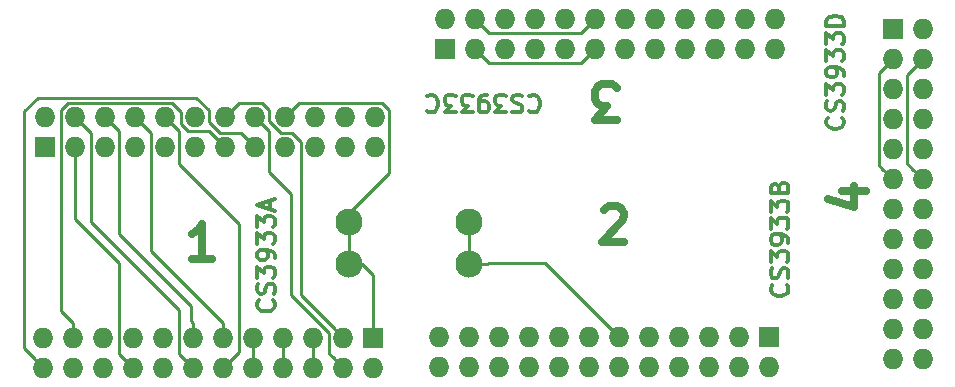
<source format=gbr>
G04 #@! TF.FileFunction,Copper,L1,Top,Signal*
%FSLAX46Y46*%
G04 Gerber Fmt 4.6, Leading zero omitted, Abs format (unit mm)*
G04 Created by KiCad (PCBNEW 4.0.2+dfsg1-stable) date lun 28 gen 2019 08:35:01 CET*
%MOMM*%
G01*
G04 APERTURE LIST*
%ADD10C,0.100000*%
%ADD11C,0.300000*%
%ADD12C,0.700000*%
%ADD13O,1.727200X1.727200*%
%ADD14R,1.727200X1.727200*%
%ADD15C,2.300000*%
%ADD16C,0.250000*%
G04 APERTURE END LIST*
D10*
D11*
X138381179Y-85395164D02*
X138452608Y-85466593D01*
X138524036Y-85680879D01*
X138524036Y-85823736D01*
X138452608Y-86038021D01*
X138309751Y-86180879D01*
X138166894Y-86252307D01*
X137881179Y-86323736D01*
X137666894Y-86323736D01*
X137381179Y-86252307D01*
X137238322Y-86180879D01*
X137095465Y-86038021D01*
X137024036Y-85823736D01*
X137024036Y-85680879D01*
X137095465Y-85466593D01*
X137166894Y-85395164D01*
X138452608Y-84823736D02*
X138524036Y-84609450D01*
X138524036Y-84252307D01*
X138452608Y-84109450D01*
X138381179Y-84038021D01*
X138238322Y-83966593D01*
X138095465Y-83966593D01*
X137952608Y-84038021D01*
X137881179Y-84109450D01*
X137809751Y-84252307D01*
X137738322Y-84538021D01*
X137666894Y-84680879D01*
X137595465Y-84752307D01*
X137452608Y-84823736D01*
X137309751Y-84823736D01*
X137166894Y-84752307D01*
X137095465Y-84680879D01*
X137024036Y-84538021D01*
X137024036Y-84180879D01*
X137095465Y-83966593D01*
X137024036Y-83466593D02*
X137024036Y-82538022D01*
X137595465Y-83038022D01*
X137595465Y-82823736D01*
X137666894Y-82680879D01*
X137738322Y-82609450D01*
X137881179Y-82538022D01*
X138238322Y-82538022D01*
X138381179Y-82609450D01*
X138452608Y-82680879D01*
X138524036Y-82823736D01*
X138524036Y-83252308D01*
X138452608Y-83395165D01*
X138381179Y-83466593D01*
X138524036Y-81823737D02*
X138524036Y-81538022D01*
X138452608Y-81395165D01*
X138381179Y-81323737D01*
X138166894Y-81180879D01*
X137881179Y-81109451D01*
X137309751Y-81109451D01*
X137166894Y-81180879D01*
X137095465Y-81252308D01*
X137024036Y-81395165D01*
X137024036Y-81680879D01*
X137095465Y-81823737D01*
X137166894Y-81895165D01*
X137309751Y-81966594D01*
X137666894Y-81966594D01*
X137809751Y-81895165D01*
X137881179Y-81823737D01*
X137952608Y-81680879D01*
X137952608Y-81395165D01*
X137881179Y-81252308D01*
X137809751Y-81180879D01*
X137666894Y-81109451D01*
X137024036Y-80609451D02*
X137024036Y-79680880D01*
X137595465Y-80180880D01*
X137595465Y-79966594D01*
X137666894Y-79823737D01*
X137738322Y-79752308D01*
X137881179Y-79680880D01*
X138238322Y-79680880D01*
X138381179Y-79752308D01*
X138452608Y-79823737D01*
X138524036Y-79966594D01*
X138524036Y-80395166D01*
X138452608Y-80538023D01*
X138381179Y-80609451D01*
X137024036Y-79180880D02*
X137024036Y-78252309D01*
X137595465Y-78752309D01*
X137595465Y-78538023D01*
X137666894Y-78395166D01*
X137738322Y-78323737D01*
X137881179Y-78252309D01*
X138238322Y-78252309D01*
X138381179Y-78323737D01*
X138452608Y-78395166D01*
X138524036Y-78538023D01*
X138524036Y-78966595D01*
X138452608Y-79109452D01*
X138381179Y-79180880D01*
X138524036Y-77609452D02*
X137024036Y-77609452D01*
X137024036Y-77252309D01*
X137095465Y-77038024D01*
X137238322Y-76895166D01*
X137381179Y-76823738D01*
X137666894Y-76752309D01*
X137881179Y-76752309D01*
X138166894Y-76823738D01*
X138309751Y-76895166D01*
X138452608Y-77038024D01*
X138524036Y-77252309D01*
X138524036Y-77609452D01*
X111860481Y-83589086D02*
X111931910Y-83517657D01*
X112146196Y-83446229D01*
X112289053Y-83446229D01*
X112503338Y-83517657D01*
X112646196Y-83660514D01*
X112717624Y-83803371D01*
X112789053Y-84089086D01*
X112789053Y-84303371D01*
X112717624Y-84589086D01*
X112646196Y-84731943D01*
X112503338Y-84874800D01*
X112289053Y-84946229D01*
X112146196Y-84946229D01*
X111931910Y-84874800D01*
X111860481Y-84803371D01*
X111289053Y-83517657D02*
X111074767Y-83446229D01*
X110717624Y-83446229D01*
X110574767Y-83517657D01*
X110503338Y-83589086D01*
X110431910Y-83731943D01*
X110431910Y-83874800D01*
X110503338Y-84017657D01*
X110574767Y-84089086D01*
X110717624Y-84160514D01*
X111003338Y-84231943D01*
X111146196Y-84303371D01*
X111217624Y-84374800D01*
X111289053Y-84517657D01*
X111289053Y-84660514D01*
X111217624Y-84803371D01*
X111146196Y-84874800D01*
X111003338Y-84946229D01*
X110646196Y-84946229D01*
X110431910Y-84874800D01*
X109931910Y-84946229D02*
X109003339Y-84946229D01*
X109503339Y-84374800D01*
X109289053Y-84374800D01*
X109146196Y-84303371D01*
X109074767Y-84231943D01*
X109003339Y-84089086D01*
X109003339Y-83731943D01*
X109074767Y-83589086D01*
X109146196Y-83517657D01*
X109289053Y-83446229D01*
X109717625Y-83446229D01*
X109860482Y-83517657D01*
X109931910Y-83589086D01*
X108289054Y-83446229D02*
X108003339Y-83446229D01*
X107860482Y-83517657D01*
X107789054Y-83589086D01*
X107646196Y-83803371D01*
X107574768Y-84089086D01*
X107574768Y-84660514D01*
X107646196Y-84803371D01*
X107717625Y-84874800D01*
X107860482Y-84946229D01*
X108146196Y-84946229D01*
X108289054Y-84874800D01*
X108360482Y-84803371D01*
X108431911Y-84660514D01*
X108431911Y-84303371D01*
X108360482Y-84160514D01*
X108289054Y-84089086D01*
X108146196Y-84017657D01*
X107860482Y-84017657D01*
X107717625Y-84089086D01*
X107646196Y-84160514D01*
X107574768Y-84303371D01*
X107074768Y-84946229D02*
X106146197Y-84946229D01*
X106646197Y-84374800D01*
X106431911Y-84374800D01*
X106289054Y-84303371D01*
X106217625Y-84231943D01*
X106146197Y-84089086D01*
X106146197Y-83731943D01*
X106217625Y-83589086D01*
X106289054Y-83517657D01*
X106431911Y-83446229D01*
X106860483Y-83446229D01*
X107003340Y-83517657D01*
X107074768Y-83589086D01*
X105646197Y-84946229D02*
X104717626Y-84946229D01*
X105217626Y-84374800D01*
X105003340Y-84374800D01*
X104860483Y-84303371D01*
X104789054Y-84231943D01*
X104717626Y-84089086D01*
X104717626Y-83731943D01*
X104789054Y-83589086D01*
X104860483Y-83517657D01*
X105003340Y-83446229D01*
X105431912Y-83446229D01*
X105574769Y-83517657D01*
X105646197Y-83589086D01*
X103217626Y-83589086D02*
X103289055Y-83517657D01*
X103503341Y-83446229D01*
X103646198Y-83446229D01*
X103860483Y-83517657D01*
X104003341Y-83660514D01*
X104074769Y-83803371D01*
X104146198Y-84089086D01*
X104146198Y-84303371D01*
X104074769Y-84589086D01*
X104003341Y-84731943D01*
X103860483Y-84874800D01*
X103646198Y-84946229D01*
X103503341Y-84946229D01*
X103289055Y-84874800D01*
X103217626Y-84803371D01*
X133667274Y-99564341D02*
X133738703Y-99635770D01*
X133810131Y-99850056D01*
X133810131Y-99992913D01*
X133738703Y-100207198D01*
X133595846Y-100350056D01*
X133452989Y-100421484D01*
X133167274Y-100492913D01*
X132952989Y-100492913D01*
X132667274Y-100421484D01*
X132524417Y-100350056D01*
X132381560Y-100207198D01*
X132310131Y-99992913D01*
X132310131Y-99850056D01*
X132381560Y-99635770D01*
X132452989Y-99564341D01*
X133738703Y-98992913D02*
X133810131Y-98778627D01*
X133810131Y-98421484D01*
X133738703Y-98278627D01*
X133667274Y-98207198D01*
X133524417Y-98135770D01*
X133381560Y-98135770D01*
X133238703Y-98207198D01*
X133167274Y-98278627D01*
X133095846Y-98421484D01*
X133024417Y-98707198D01*
X132952989Y-98850056D01*
X132881560Y-98921484D01*
X132738703Y-98992913D01*
X132595846Y-98992913D01*
X132452989Y-98921484D01*
X132381560Y-98850056D01*
X132310131Y-98707198D01*
X132310131Y-98350056D01*
X132381560Y-98135770D01*
X132310131Y-97635770D02*
X132310131Y-96707199D01*
X132881560Y-97207199D01*
X132881560Y-96992913D01*
X132952989Y-96850056D01*
X133024417Y-96778627D01*
X133167274Y-96707199D01*
X133524417Y-96707199D01*
X133667274Y-96778627D01*
X133738703Y-96850056D01*
X133810131Y-96992913D01*
X133810131Y-97421485D01*
X133738703Y-97564342D01*
X133667274Y-97635770D01*
X133810131Y-95992914D02*
X133810131Y-95707199D01*
X133738703Y-95564342D01*
X133667274Y-95492914D01*
X133452989Y-95350056D01*
X133167274Y-95278628D01*
X132595846Y-95278628D01*
X132452989Y-95350056D01*
X132381560Y-95421485D01*
X132310131Y-95564342D01*
X132310131Y-95850056D01*
X132381560Y-95992914D01*
X132452989Y-96064342D01*
X132595846Y-96135771D01*
X132952989Y-96135771D01*
X133095846Y-96064342D01*
X133167274Y-95992914D01*
X133238703Y-95850056D01*
X133238703Y-95564342D01*
X133167274Y-95421485D01*
X133095846Y-95350056D01*
X132952989Y-95278628D01*
X132310131Y-94778628D02*
X132310131Y-93850057D01*
X132881560Y-94350057D01*
X132881560Y-94135771D01*
X132952989Y-93992914D01*
X133024417Y-93921485D01*
X133167274Y-93850057D01*
X133524417Y-93850057D01*
X133667274Y-93921485D01*
X133738703Y-93992914D01*
X133810131Y-94135771D01*
X133810131Y-94564343D01*
X133738703Y-94707200D01*
X133667274Y-94778628D01*
X132310131Y-93350057D02*
X132310131Y-92421486D01*
X132881560Y-92921486D01*
X132881560Y-92707200D01*
X132952989Y-92564343D01*
X133024417Y-92492914D01*
X133167274Y-92421486D01*
X133524417Y-92421486D01*
X133667274Y-92492914D01*
X133738703Y-92564343D01*
X133810131Y-92707200D01*
X133810131Y-93135772D01*
X133738703Y-93278629D01*
X133667274Y-93350057D01*
X133024417Y-91278629D02*
X133095846Y-91064343D01*
X133167274Y-90992915D01*
X133310131Y-90921486D01*
X133524417Y-90921486D01*
X133667274Y-90992915D01*
X133738703Y-91064343D01*
X133810131Y-91207201D01*
X133810131Y-91778629D01*
X132310131Y-91778629D01*
X132310131Y-91278629D01*
X132381560Y-91135772D01*
X132452989Y-91064343D01*
X132595846Y-90992915D01*
X132738703Y-90992915D01*
X132881560Y-91064343D01*
X132952989Y-91135772D01*
X133024417Y-91278629D01*
X133024417Y-91778629D01*
X90179934Y-100864358D02*
X90251363Y-100935787D01*
X90322791Y-101150073D01*
X90322791Y-101292930D01*
X90251363Y-101507215D01*
X90108506Y-101650073D01*
X89965649Y-101721501D01*
X89679934Y-101792930D01*
X89465649Y-101792930D01*
X89179934Y-101721501D01*
X89037077Y-101650073D01*
X88894220Y-101507215D01*
X88822791Y-101292930D01*
X88822791Y-101150073D01*
X88894220Y-100935787D01*
X88965649Y-100864358D01*
X90251363Y-100292930D02*
X90322791Y-100078644D01*
X90322791Y-99721501D01*
X90251363Y-99578644D01*
X90179934Y-99507215D01*
X90037077Y-99435787D01*
X89894220Y-99435787D01*
X89751363Y-99507215D01*
X89679934Y-99578644D01*
X89608506Y-99721501D01*
X89537077Y-100007215D01*
X89465649Y-100150073D01*
X89394220Y-100221501D01*
X89251363Y-100292930D01*
X89108506Y-100292930D01*
X88965649Y-100221501D01*
X88894220Y-100150073D01*
X88822791Y-100007215D01*
X88822791Y-99650073D01*
X88894220Y-99435787D01*
X88822791Y-98935787D02*
X88822791Y-98007216D01*
X89394220Y-98507216D01*
X89394220Y-98292930D01*
X89465649Y-98150073D01*
X89537077Y-98078644D01*
X89679934Y-98007216D01*
X90037077Y-98007216D01*
X90179934Y-98078644D01*
X90251363Y-98150073D01*
X90322791Y-98292930D01*
X90322791Y-98721502D01*
X90251363Y-98864359D01*
X90179934Y-98935787D01*
X90322791Y-97292931D02*
X90322791Y-97007216D01*
X90251363Y-96864359D01*
X90179934Y-96792931D01*
X89965649Y-96650073D01*
X89679934Y-96578645D01*
X89108506Y-96578645D01*
X88965649Y-96650073D01*
X88894220Y-96721502D01*
X88822791Y-96864359D01*
X88822791Y-97150073D01*
X88894220Y-97292931D01*
X88965649Y-97364359D01*
X89108506Y-97435788D01*
X89465649Y-97435788D01*
X89608506Y-97364359D01*
X89679934Y-97292931D01*
X89751363Y-97150073D01*
X89751363Y-96864359D01*
X89679934Y-96721502D01*
X89608506Y-96650073D01*
X89465649Y-96578645D01*
X88822791Y-96078645D02*
X88822791Y-95150074D01*
X89394220Y-95650074D01*
X89394220Y-95435788D01*
X89465649Y-95292931D01*
X89537077Y-95221502D01*
X89679934Y-95150074D01*
X90037077Y-95150074D01*
X90179934Y-95221502D01*
X90251363Y-95292931D01*
X90322791Y-95435788D01*
X90322791Y-95864360D01*
X90251363Y-96007217D01*
X90179934Y-96078645D01*
X88822791Y-94650074D02*
X88822791Y-93721503D01*
X89394220Y-94221503D01*
X89394220Y-94007217D01*
X89465649Y-93864360D01*
X89537077Y-93792931D01*
X89679934Y-93721503D01*
X90037077Y-93721503D01*
X90179934Y-93792931D01*
X90251363Y-93864360D01*
X90322791Y-94007217D01*
X90322791Y-94435789D01*
X90251363Y-94578646D01*
X90179934Y-94650074D01*
X89894220Y-93150075D02*
X89894220Y-92435789D01*
X90322791Y-93292932D02*
X88822791Y-92792932D01*
X90322791Y-92292932D01*
D12*
X138343068Y-91563474D02*
X140343068Y-91563474D01*
X137200211Y-92277760D02*
X139343068Y-92992045D01*
X139343068Y-91134903D01*
X119277640Y-85549217D02*
X117420497Y-85549217D01*
X118420497Y-84406360D01*
X117991925Y-84406360D01*
X117706211Y-84263503D01*
X117563354Y-84120646D01*
X117420497Y-83834931D01*
X117420497Y-83120646D01*
X117563354Y-82834931D01*
X117706211Y-82692074D01*
X117991925Y-82549217D01*
X118849068Y-82549217D01*
X119134782Y-82692074D01*
X119277640Y-82834931D01*
X118182498Y-93176577D02*
X118325355Y-93033720D01*
X118611069Y-92890863D01*
X119325355Y-92890863D01*
X119611069Y-93033720D01*
X119753926Y-93176577D01*
X119896783Y-93462291D01*
X119896783Y-93748006D01*
X119753926Y-94176577D01*
X118039640Y-95890863D01*
X119896783Y-95890863D01*
X85020043Y-97353903D02*
X83305758Y-97353903D01*
X84162900Y-97353903D02*
X84162900Y-94353903D01*
X83877186Y-94782474D01*
X83591472Y-95068189D01*
X83305758Y-95211046D01*
D13*
X142635905Y-105830583D03*
X145175905Y-105830583D03*
X142635905Y-103290583D03*
X145175905Y-103290583D03*
X142635905Y-100750583D03*
X145175905Y-100750583D03*
X142635905Y-98210583D03*
X145175905Y-98210583D03*
X142635905Y-95670583D03*
X145175905Y-95670583D03*
X142635905Y-93130583D03*
X145175905Y-93130583D03*
X142635905Y-90590583D03*
X145175905Y-90590583D03*
X142635905Y-88050583D03*
X145175905Y-88050583D03*
X142635905Y-85510583D03*
X145175905Y-85510583D03*
X142635905Y-82970583D03*
X145175905Y-82970583D03*
X142635905Y-80430583D03*
X145175905Y-80430583D03*
D14*
X142635905Y-77890583D03*
D13*
X145175905Y-77890583D03*
X132646420Y-79606140D03*
X132646420Y-77066140D03*
X130106420Y-79606140D03*
X130106420Y-77066140D03*
X127566420Y-79606140D03*
X127566420Y-77066140D03*
X125026420Y-79606140D03*
X125026420Y-77066140D03*
X122486420Y-79606140D03*
X122486420Y-77066140D03*
X119946420Y-79606140D03*
X119946420Y-77066140D03*
X117406420Y-79606140D03*
X117406420Y-77066140D03*
X114866420Y-79606140D03*
X114866420Y-77066140D03*
X112326420Y-79606140D03*
X112326420Y-77066140D03*
X109786420Y-79606140D03*
X109786420Y-77066140D03*
X107246420Y-79606140D03*
X107246420Y-77066140D03*
D14*
X104706420Y-79606140D03*
D13*
X104706420Y-77066140D03*
X104247216Y-103989516D03*
X104247216Y-106529516D03*
X106787216Y-103989516D03*
X106787216Y-106529516D03*
X109327216Y-103989516D03*
X109327216Y-106529516D03*
X111867216Y-103989516D03*
X111867216Y-106529516D03*
X114407216Y-103989516D03*
X114407216Y-106529516D03*
X116947216Y-103989516D03*
X116947216Y-106529516D03*
X119487216Y-103989516D03*
X119487216Y-106529516D03*
X122027216Y-103989516D03*
X122027216Y-106529516D03*
X124567216Y-103989516D03*
X124567216Y-106529516D03*
X127107216Y-103989516D03*
X127107216Y-106529516D03*
X129647216Y-103989516D03*
X129647216Y-106529516D03*
D14*
X132187216Y-103989516D03*
D13*
X132187216Y-106529516D03*
X98811080Y-87871300D03*
X98811080Y-85331300D03*
X96271080Y-87871300D03*
X96271080Y-85331300D03*
X93731080Y-87871300D03*
X93731080Y-85331300D03*
X91191080Y-87871300D03*
X91191080Y-85331300D03*
X88651080Y-87871300D03*
X88651080Y-85331300D03*
X86111080Y-87871300D03*
X86111080Y-85331300D03*
X83571080Y-87871300D03*
X83571080Y-85331300D03*
X81031080Y-87871300D03*
X81031080Y-85331300D03*
X78491080Y-87871300D03*
X78491080Y-85331300D03*
X75951080Y-87871300D03*
X75951080Y-85331300D03*
X73411080Y-87871300D03*
X73411080Y-85331300D03*
D14*
X70871080Y-87871300D03*
D13*
X70871080Y-85331300D03*
X70731380Y-104007920D03*
X70731380Y-106547920D03*
X73271380Y-104007920D03*
X73271380Y-106547920D03*
X75811380Y-104007920D03*
X75811380Y-106547920D03*
X78351380Y-104007920D03*
X78351380Y-106547920D03*
X80891380Y-104007920D03*
X80891380Y-106547920D03*
X83431380Y-104007920D03*
X83431380Y-106547920D03*
X85971380Y-104007920D03*
X85971380Y-106547920D03*
X88511380Y-104007920D03*
X88511380Y-106547920D03*
X91051380Y-104007920D03*
X91051380Y-106547920D03*
X93591380Y-104007920D03*
X93591380Y-106547920D03*
X96131380Y-104007920D03*
X96131380Y-106547920D03*
D14*
X98671380Y-104007920D03*
D13*
X98671380Y-106547920D03*
D15*
X106743500Y-94249300D03*
X106743500Y-97749300D03*
X96575880Y-97749300D03*
X96575880Y-94249300D03*
D16*
X107246420Y-79606140D02*
X108435021Y-80794741D01*
X108435021Y-80794741D02*
X116217819Y-80794741D01*
X116542821Y-80469739D02*
X117406420Y-79606140D01*
X116217819Y-80794741D02*
X116542821Y-80469739D01*
X107246420Y-77066140D02*
X108435021Y-78254741D01*
X108435021Y-78254741D02*
X116217819Y-78254741D01*
X116217819Y-78254741D02*
X116542821Y-77929739D01*
X116542821Y-77929739D02*
X117406420Y-77066140D01*
X119487216Y-103989516D02*
X113837720Y-98340020D01*
X113837720Y-98340020D02*
X113551236Y-98053536D01*
X108392645Y-97726500D02*
X113224200Y-97726500D01*
X113224200Y-97726500D02*
X113837720Y-98340020D01*
X106743500Y-97749300D02*
X108369845Y-97749300D01*
X108369845Y-97749300D02*
X108392645Y-97726500D01*
X106743500Y-94249300D02*
X106743500Y-95875645D01*
X106743500Y-95875645D02*
X106743500Y-97749300D01*
X96575880Y-97749300D02*
X97685800Y-97749300D01*
X97685800Y-97749300D02*
X98671380Y-98734880D01*
X98671380Y-98734880D02*
X98671380Y-102894320D01*
X98671380Y-102894320D02*
X98671380Y-104007920D01*
X96575880Y-94249300D02*
X96575880Y-95875645D01*
X96575880Y-95875645D02*
X96575880Y-97749300D01*
X91191080Y-85331300D02*
X92379681Y-84142699D01*
X92379681Y-84142699D02*
X99381609Y-84142699D01*
X99381609Y-84142699D02*
X99999681Y-84760771D01*
X99999681Y-84760771D02*
X99999681Y-90035499D01*
X99999681Y-90035499D02*
X97845879Y-92189301D01*
X97845879Y-92189301D02*
X96575880Y-93459300D01*
X96575880Y-93459300D02*
X96575880Y-95255351D01*
X92542479Y-100419019D02*
X95267781Y-103144321D01*
X92542479Y-87463569D02*
X92542479Y-100419019D01*
X91761609Y-86682699D02*
X92542479Y-87463569D01*
X90820359Y-86682699D02*
X91761609Y-86682699D01*
X89839681Y-85702021D02*
X90820359Y-86682699D01*
X89839681Y-84760771D02*
X89839681Y-85702021D01*
X89221609Y-84142699D02*
X89839681Y-84760771D01*
X87299681Y-84142699D02*
X89221609Y-84142699D01*
X86111080Y-85331300D02*
X87299681Y-84142699D01*
X95267781Y-103144321D02*
X96131380Y-104007920D01*
X91719400Y-91843860D02*
X91719400Y-100376810D01*
X91719400Y-100376810D02*
X94942779Y-103600189D01*
X89839681Y-89964141D02*
X91719400Y-91843860D01*
X89839681Y-86519901D02*
X89839681Y-89964141D01*
X94942779Y-103600189D02*
X94942779Y-105359319D01*
X88651080Y-85331300D02*
X89839681Y-86519901D01*
X95267781Y-105684321D02*
X96131380Y-106547920D01*
X94942779Y-105359319D02*
X95267781Y-105684321D01*
X88511380Y-104007920D02*
X88511380Y-106547920D01*
X93591380Y-104007920D02*
X93591380Y-105229234D01*
X93591380Y-105229234D02*
X93591380Y-106547920D01*
X91051380Y-106547920D02*
X91051380Y-105326606D01*
X91051380Y-105326606D02*
X91051380Y-104007920D01*
X79354679Y-86194899D02*
X78491080Y-85331300D01*
X79842479Y-86682699D02*
X79354679Y-86194899D01*
X85971380Y-104007920D02*
X85971380Y-102786606D01*
X79842479Y-96657705D02*
X79842479Y-86682699D01*
X85971380Y-102786606D02*
X79842479Y-96657705D01*
X81031080Y-85331300D02*
X82219681Y-86519901D01*
X87159981Y-105359319D02*
X85971380Y-106547920D01*
X82219681Y-86519901D02*
X82219681Y-89316441D01*
X82219681Y-89316441D02*
X87302340Y-94399100D01*
X87302340Y-94399100D02*
X87302340Y-105216960D01*
X87302340Y-105216960D02*
X87159981Y-105359319D01*
X83230720Y-101305360D02*
X77139681Y-95214321D01*
X77139681Y-95214321D02*
X77139681Y-86519901D01*
X77139681Y-86519901D02*
X76814679Y-86194899D01*
X76814679Y-86194899D02*
X75951080Y-85331300D01*
X83230720Y-102585946D02*
X83230720Y-101305360D01*
X83431380Y-104007920D02*
X83431380Y-102786606D01*
X83431380Y-102786606D02*
X83230720Y-102585946D01*
X82242779Y-105359319D02*
X82242779Y-101831140D01*
X74762479Y-94198559D02*
X82242779Y-101678859D01*
X82242779Y-101678859D02*
X82242779Y-101831140D01*
X73411080Y-85331300D02*
X74762479Y-86682699D01*
X74762479Y-86682699D02*
X74762479Y-94198559D01*
X83431380Y-106547920D02*
X82242779Y-105359319D01*
X77162779Y-97688519D02*
X73411080Y-93936820D01*
X73411080Y-93936820D02*
X73411080Y-87871300D01*
X78351380Y-106547920D02*
X77162779Y-105359319D01*
X77162779Y-105359319D02*
X77162779Y-97688519D01*
X82382479Y-84923569D02*
X82382479Y-85901829D01*
X72840551Y-84142699D02*
X81601609Y-84142699D01*
X81601609Y-84142699D02*
X82382479Y-84923569D01*
X73271380Y-104007920D02*
X73271380Y-102786606D01*
X72222479Y-84760771D02*
X72840551Y-84142699D01*
X73271380Y-102786606D02*
X72222479Y-101737705D01*
X82382479Y-85901829D02*
X83000551Y-86519901D01*
X72222479Y-101737705D02*
X72222479Y-84760771D01*
X83000551Y-86519901D02*
X84759681Y-86519901D01*
X84759681Y-86519901D02*
X85247481Y-87007701D01*
X85247481Y-87007701D02*
X86111080Y-87871300D01*
X87462479Y-86682699D02*
X85703349Y-86682699D01*
X70264332Y-83692688D02*
X69110860Y-84846160D01*
X83691598Y-83692688D02*
X70264332Y-83692688D01*
X88651080Y-87871300D02*
X87462479Y-86682699D01*
X69867781Y-105684321D02*
X70731380Y-106547920D01*
X85703349Y-86682699D02*
X84759681Y-85739031D01*
X84759681Y-85739031D02*
X84759681Y-84760771D01*
X84759681Y-84760771D02*
X83691598Y-83692688D01*
X69110860Y-104927400D02*
X69867781Y-105684321D01*
X69110860Y-84846160D02*
X69110860Y-104927400D01*
X145175905Y-80430583D02*
X143824506Y-81781982D01*
X143824506Y-81781982D02*
X143824506Y-89239184D01*
X143824506Y-89239184D02*
X144312306Y-89726984D01*
X144312306Y-89726984D02*
X145175905Y-90590583D01*
X142635905Y-80430583D02*
X141447304Y-81619184D01*
X141447304Y-81619184D02*
X141447304Y-89401982D01*
X141447304Y-89401982D02*
X141772306Y-89726984D01*
X141772306Y-89726984D02*
X142635905Y-90590583D01*
M02*

</source>
